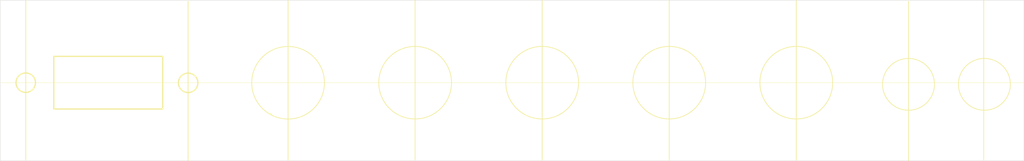
<source format=kicad_pcb>
(kicad_pcb (version 20211014) (generator pcbnew)

  (general
    (thickness 1.6)
  )

  (paper "A4")
  (layers
    (0 "F.Cu" signal)
    (31 "B.Cu" signal)
    (32 "B.Adhes" user "B.Adhesive")
    (33 "F.Adhes" user "F.Adhesive")
    (34 "B.Paste" user)
    (35 "F.Paste" user)
    (36 "B.SilkS" user "B.Silkscreen")
    (37 "F.SilkS" user "F.Silkscreen")
    (38 "B.Mask" user)
    (39 "F.Mask" user)
    (40 "Dwgs.User" user "User.Drawings")
    (41 "Cmts.User" user "User.Comments")
    (42 "Eco1.User" user "User.Eco1")
    (43 "Eco2.User" user "User.Eco2")
    (44 "Edge.Cuts" user)
    (45 "Margin" user)
    (46 "B.CrtYd" user "B.Courtyard")
    (47 "F.CrtYd" user "F.Courtyard")
    (48 "B.Fab" user)
    (49 "F.Fab" user)
    (50 "User.1" user)
    (51 "User.2" user)
    (52 "User.3" user)
    (53 "User.4" user)
    (54 "User.5" user)
    (55 "User.6" user)
    (56 "User.7" user)
    (57 "User.8" user)
    (58 "User.9" user)
  )

  (setup
    (pad_to_mask_clearance 0)
    (pcbplotparams
      (layerselection 0x00010fc_ffffffff)
      (disableapertmacros false)
      (usegerberextensions false)
      (usegerberattributes true)
      (usegerberadvancedattributes true)
      (creategerberjobfile true)
      (svguseinch false)
      (svgprecision 6)
      (excludeedgelayer true)
      (plotframeref false)
      (viasonmask false)
      (mode 1)
      (useauxorigin false)
      (hpglpennumber 1)
      (hpglpenspeed 20)
      (hpglpendiameter 15.000000)
      (dxfpolygonmode true)
      (dxfimperialunits true)
      (dxfusepcbnewfont true)
      (psnegative false)
      (psa4output false)
      (plotreference true)
      (plotvalue true)
      (plotinvisibletext false)
      (sketchpadsonfab false)
      (subtractmaskfromsilk false)
      (outputformat 1)
      (mirror false)
      (drillshape 1)
      (scaleselection 1)
      (outputdirectory "")
    )
  )

  (net 0 "")

  (gr_circle (center 154.432 94.222) (end 160.032 94.222) (layer "F.SilkS") (width 0.12) (fill none) (tstamp 1f2a8b75-30cc-422a-9878-82bf8e66b764))
  (gr_line (start 210.82 81.668127) (end 210.82 106.306127) (layer "F.SilkS") (width 0.12) (tstamp 3c4d014c-8304-4e51-aec0-ee99b71ad1aa))
  (gr_line (start 115.316 81.534) (end 115.316 106.172) (layer "F.SilkS") (width 0.12) (tstamp 422318a4-bf8f-43f6-a575-a95190c356ba))
  (gr_circle (center 210.82 94.476) (end 214.82 94.476) (layer "F.SilkS") (width 0.12) (fill none) (tstamp 4bf8dba8-d7bc-4f39-9c44-1340b947e850))
  (gr_circle (center 112.649 99.06) (end 112.649 99.06) (layer "F.SilkS") (width 0.12) (fill none) (tstamp 6d706301-bc5a-42bd-b16c-8030b458120b))
  (gr_circle (center 74.93 94.222) (end 76.43 94.222) (layer "F.SilkS") (width 0.2) (fill none) (tstamp 6e8f8222-96b7-4bb4-b913-c9978f09f69a))
  (gr_line (start 134.874 81.514) (end 134.874 106.152) (layer "F.SilkS") (width 0.12) (tstamp 7063e19a-2e32-4881-b1de-8b49c8c9a544))
  (gr_line (start 99.9236 81.649) (end 99.9236 106.287) (layer "F.SilkS") (width 0.12) (tstamp 7464aea8-7cca-4628-b48a-173e208499ce))
  (gr_line (start 154.432 81.526) (end 154.432 106.164) (layer "F.SilkS") (width 0.12) (tstamp 772206fb-2850-4443-9eea-a4019b1dd8f9))
  (gr_line (start 222.396127 81.522) (end 222.396127 106.16) (layer "F.SilkS") (width 0.12) (tstamp 87ea2034-7297-4968-a66c-28fdae250003))
  (gr_circle (center 193.548 94.222) (end 199.148 94.222) (layer "F.SilkS") (width 0.12) (fill none) (tstamp a3142395-a11c-4e60-b13c-3006ca8d86c3))
  (gr_circle (center 99.93 94.246) (end 101.43 94.246) (layer "F.SilkS") (width 0.2) (fill none) (tstamp a64c6334-b6a0-4ac9-a06a-7dc014fa7a38))
  (gr_line (start 193.548 81.534) (end 193.548 106.172) (layer "F.SilkS") (width 0.12) (tstamp a6cbfa03-4685-4d13-8bf6-2c411cee3cb9))
  (gr_circle (center 134.874 94.222) (end 140.474 94.222) (layer "F.SilkS") (width 0.12) (fill none) (tstamp a6d81f5f-8cba-4ee2-97d1-35bd7833a45e))
  (gr_circle (center 222.504 94.476) (end 226.504 94.476) (layer "F.SilkS") (width 0.12) (fill none) (tstamp a8f7d80d-6a93-478c-a9ac-80ac2029bdc3))
  (gr_circle (center 115.316 94.234) (end 120.916 94.234) (layer "F.SilkS") (width 0.12) (fill none) (tstamp bf7de854-b0ff-42d1-a2b9-0306e1178911))
  (gr_rect (start 79.248 90.158) (end 96.012 98.286) (layer "F.SilkS") (width 0.2) (fill none) (tstamp cc0a5258-d1ad-4fc7-bcdd-2717079ccede))
  (gr_line (start 74.93 81.522) (end 74.93 106.16) (layer "F.SilkS") (width 0.12) (tstamp e10f9ea5-e9b5-4e23-8f7c-880bccc5997a))
  (gr_line (start 173.99 81.526) (end 173.99 106.164) (layer "F.SilkS") (width 0.12) (tstamp e849de8d-f707-49bb-ad6c-b3a3eeca5092))
  (gr_line (start 71.12 94.222) (end 228.6 94.222) (layer "F.SilkS") (width 0.05) (tstamp f4e7a316-7097-4a3d-8203-5c2220d005ef))
  (gr_circle (center 173.99 94.222) (end 179.59 94.222) (layer "F.SilkS") (width 0.12) (fill none) (tstamp f9e3a3a3-1c7e-4489-975a-c325a24a5fb3))
  (gr_rect (start 70.993 81.522) (end 228.6 106.287) (layer "Edge.Cuts") (width 0.05) (fill none) (tstamp 6d0744a1-bd20-4e9e-8c2a-3db670245f02))

)

</source>
